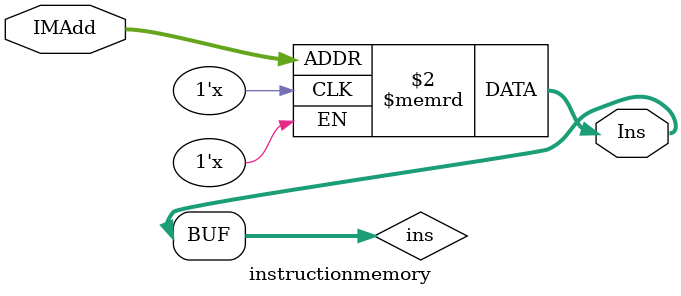
<source format=v>
module instructionmemory(IMAdd,Ins);
	input[6:0] IMAdd; //由于指令存储器只能存128条指令。所以只需要这么多位PC就行了。
	output[31:0] Ins;
	
	reg[31:0] ins;
	reg[31:0] ins_mem[127:0];
	
	always@(IMAdd)
	begin
		ins = ins_mem[IMAdd];
	end
	assign Ins = ins;
endmodule
</source>
